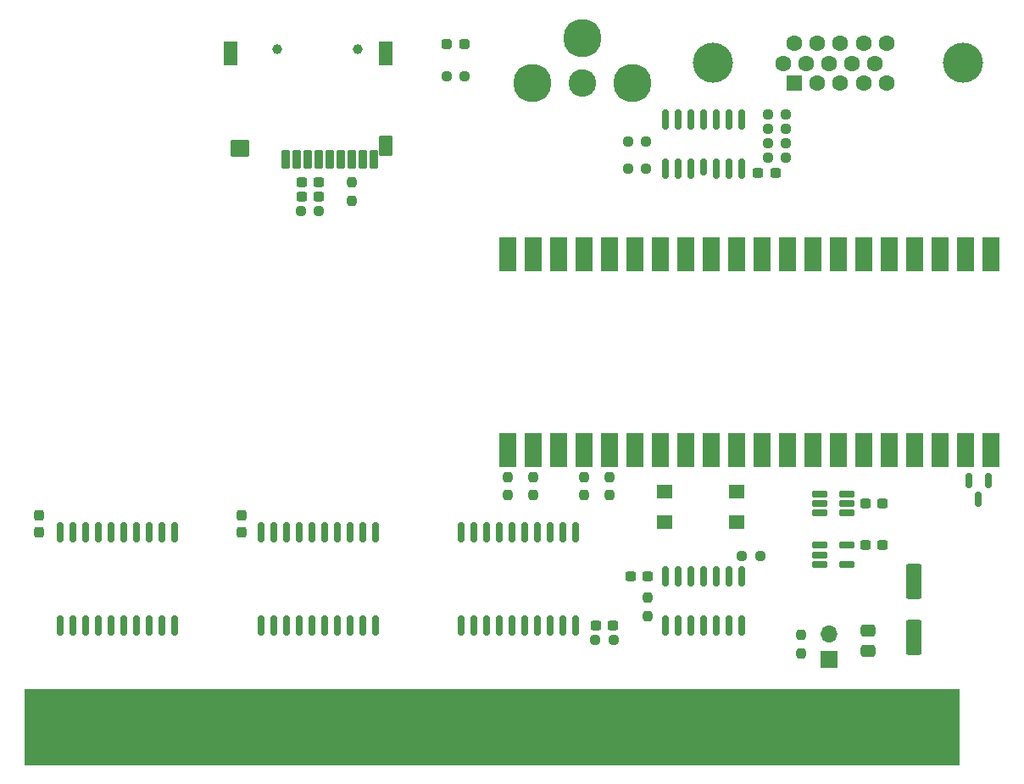
<source format=gbr>
%TF.GenerationSoftware,KiCad,Pcbnew,7.0.11*%
%TF.CreationDate,2024-09-16T15:15:14+02:00*%
%TF.ProjectId,kim-1-programmable-memory,6b696d2d-312d-4707-926f-6772616d6d61,rev?*%
%TF.SameCoordinates,Original*%
%TF.FileFunction,Soldermask,Top*%
%TF.FilePolarity,Negative*%
%FSLAX46Y46*%
G04 Gerber Fmt 4.6, Leading zero omitted, Abs format (unit mm)*
G04 Created by KiCad (PCBNEW 7.0.11) date 2024-09-16 15:15:14*
%MOMM*%
%LPD*%
G01*
G04 APERTURE LIST*
G04 Aperture macros list*
%AMRoundRect*
0 Rectangle with rounded corners*
0 $1 Rounding radius*
0 $2 $3 $4 $5 $6 $7 $8 $9 X,Y pos of 4 corners*
0 Add a 4 corners polygon primitive as box body*
4,1,4,$2,$3,$4,$5,$6,$7,$8,$9,$2,$3,0*
0 Add four circle primitives for the rounded corners*
1,1,$1+$1,$2,$3*
1,1,$1+$1,$4,$5*
1,1,$1+$1,$6,$7*
1,1,$1+$1,$8,$9*
0 Add four rect primitives between the rounded corners*
20,1,$1+$1,$2,$3,$4,$5,0*
20,1,$1+$1,$4,$5,$6,$7,0*
20,1,$1+$1,$6,$7,$8,$9,0*
20,1,$1+$1,$8,$9,$2,$3,0*%
G04 Aperture macros list end*
%ADD10C,0.120000*%
%ADD11RoundRect,0.237500X0.287500X0.237500X-0.287500X0.237500X-0.287500X-0.237500X0.287500X-0.237500X0*%
%ADD12RoundRect,0.237500X-0.250000X-0.237500X0.250000X-0.237500X0.250000X0.237500X-0.250000X0.237500X0*%
%ADD13RoundRect,0.237500X-0.237500X0.250000X-0.237500X-0.250000X0.237500X-0.250000X0.237500X0.250000X0*%
%ADD14RoundRect,0.150000X-0.150000X0.825000X-0.150000X-0.825000X0.150000X-0.825000X0.150000X0.825000X0*%
%ADD15RoundRect,0.150000X-0.150000X0.675000X-0.150000X-0.675000X0.150000X-0.675000X0.150000X0.675000X0*%
%ADD16RoundRect,0.237500X0.300000X0.237500X-0.300000X0.237500X-0.300000X-0.237500X0.300000X-0.237500X0*%
%ADD17RoundRect,0.237500X0.237500X-0.250000X0.237500X0.250000X-0.237500X0.250000X-0.237500X-0.250000X0*%
%ADD18C,2.754000*%
%ADD19C,3.820000*%
%ADD20RoundRect,0.150000X-0.150000X0.875000X-0.150000X-0.875000X0.150000X-0.875000X0.150000X0.875000X0*%
%ADD21R,1.700000X1.700000*%
%ADD22O,1.700000X1.700000*%
%ADD23RoundRect,0.237500X-0.300000X-0.237500X0.300000X-0.237500X0.300000X0.237500X-0.300000X0.237500X0*%
%ADD24RoundRect,0.150000X0.150000X-0.875000X0.150000X0.875000X-0.150000X0.875000X-0.150000X-0.875000X0*%
%ADD25RoundRect,0.162500X-0.617500X-0.162500X0.617500X-0.162500X0.617500X0.162500X-0.617500X0.162500X0*%
%ADD26RoundRect,0.250000X0.550000X-1.500000X0.550000X1.500000X-0.550000X1.500000X-0.550000X-1.500000X0*%
%ADD27RoundRect,0.250000X0.475000X-0.337500X0.475000X0.337500X-0.475000X0.337500X-0.475000X-0.337500X0*%
%ADD28R,1.600000X1.400000*%
%ADD29RoundRect,0.237500X0.250000X0.237500X-0.250000X0.237500X-0.250000X-0.237500X0.250000X-0.237500X0*%
%ADD30RoundRect,0.237500X-0.237500X0.300000X-0.237500X-0.300000X0.237500X-0.300000X0.237500X0.300000X0*%
%ADD31C,4.000000*%
%ADD32R,1.600000X1.600000*%
%ADD33C,1.600000*%
%ADD34R,1.700000X3.500000*%
%ADD35RoundRect,0.150000X0.150000X-0.825000X0.150000X0.825000X-0.150000X0.825000X-0.150000X-0.825000X0*%
%ADD36C,1.000000*%
%ADD37RoundRect,0.102000X0.350000X0.800000X-0.350000X0.800000X-0.350000X-0.800000X0.350000X-0.800000X0*%
%ADD38RoundRect,0.102000X0.600000X0.900000X-0.600000X0.900000X-0.600000X-0.900000X0.600000X-0.900000X0*%
%ADD39RoundRect,0.102000X0.600000X1.100000X-0.600000X1.100000X-0.600000X-1.100000X0.600000X-1.100000X0*%
%ADD40RoundRect,0.102000X0.800000X0.750000X-0.800000X0.750000X-0.800000X-0.750000X0.800000X-0.750000X0*%
%ADD41RoundRect,0.150000X-0.150000X0.587500X-0.150000X-0.587500X0.150000X-0.587500X0.150000X0.587500X0*%
G04 APERTURE END LIST*
D10*
%TO.C,J2*%
X60380000Y-163940000D02*
X153620000Y-163940000D01*
X153620000Y-163940000D02*
X153620000Y-156360000D01*
X153620000Y-156360000D02*
X60380000Y-156360000D01*
X60380000Y-156360000D02*
X60380000Y-163940000D01*
G36*
X60380000Y-163940000D02*
G01*
X153620000Y-163940000D01*
X153620000Y-156360000D01*
X60380000Y-156360000D01*
X60380000Y-163940000D01*
G37*
%TD*%
D11*
%TO.C,D1*%
X104272500Y-91940000D03*
X102522500Y-91940000D03*
%TD*%
D12*
%TO.C,R2*%
X117337500Y-151500000D03*
X119162500Y-151500000D03*
%TD*%
D13*
%TO.C,R10*%
X116260000Y-135187500D03*
X116260000Y-137012500D03*
%TD*%
D14*
%TO.C,U7*%
X131970000Y-99465000D03*
X130700000Y-99465000D03*
X129430000Y-99465000D03*
X128160000Y-99465000D03*
X126890000Y-99465000D03*
X125620000Y-99465000D03*
X124350000Y-99465000D03*
X124350000Y-104415000D03*
X125620000Y-104415000D03*
X126890000Y-104415000D03*
D15*
X128160000Y-104265000D03*
D14*
X129430000Y-104415000D03*
X130700000Y-104415000D03*
X131970000Y-104415000D03*
%TD*%
D16*
%TO.C,C5*%
X119122500Y-150030000D03*
X117397500Y-150030000D03*
%TD*%
D17*
%TO.C,R11*%
X93010000Y-107590000D03*
X93010000Y-105765000D03*
%TD*%
D18*
%TO.C,J4*%
X116040000Y-95842500D03*
D19*
X116040000Y-91342500D03*
X121040000Y-95842500D03*
X111040000Y-95842500D03*
%TD*%
D12*
%TO.C,R19*%
X102485000Y-95130000D03*
X104310000Y-95130000D03*
%TD*%
D20*
%TO.C,U5*%
X115365000Y-140730000D03*
X114095000Y-140730000D03*
X112825000Y-140730000D03*
X111555000Y-140730000D03*
X110285000Y-140730000D03*
X109015000Y-140730000D03*
X107745000Y-140730000D03*
X106475000Y-140730000D03*
X105205000Y-140730000D03*
X103935000Y-140730000D03*
X103935000Y-150030000D03*
X105205000Y-150030000D03*
X106475000Y-150030000D03*
X107745000Y-150030000D03*
X109015000Y-150030000D03*
X110285000Y-150030000D03*
X111555000Y-150030000D03*
X112825000Y-150030000D03*
X114095000Y-150030000D03*
X115365000Y-150030000D03*
%TD*%
D21*
%TO.C,J1*%
X140650000Y-153380000D03*
D22*
X140650000Y-150840000D03*
%TD*%
D23*
%TO.C,C1*%
X120837500Y-145080000D03*
X122562500Y-145080000D03*
%TD*%
D24*
%TO.C,U4*%
X83935000Y-150030000D03*
X85205000Y-150030000D03*
X86475000Y-150030000D03*
X87745000Y-150030000D03*
X89015000Y-150030000D03*
X90285000Y-150030000D03*
X91555000Y-150030000D03*
X92825000Y-150030000D03*
X94095000Y-150030000D03*
X95365000Y-150030000D03*
X95365000Y-140730000D03*
X94095000Y-140730000D03*
X92825000Y-140730000D03*
X91555000Y-140730000D03*
X90285000Y-140730000D03*
X89015000Y-140730000D03*
X87745000Y-140730000D03*
X86475000Y-140730000D03*
X85205000Y-140730000D03*
X83935000Y-140730000D03*
%TD*%
D25*
%TO.C,U6*%
X139780000Y-136870000D03*
X139780000Y-137820000D03*
X139780000Y-138770000D03*
X142480000Y-138770000D03*
X142480000Y-137820000D03*
X142480000Y-136870000D03*
%TD*%
D26*
%TO.C,C9*%
X149150000Y-151230000D03*
X149150000Y-145630000D03*
%TD*%
D16*
%TO.C,C2*%
X146042500Y-142030000D03*
X144317500Y-142030000D03*
%TD*%
D27*
%TO.C,C8*%
X144620000Y-152577500D03*
X144620000Y-150502500D03*
%TD*%
D28*
%TO.C,SW1*%
X124300000Y-136670000D03*
X131500000Y-136670000D03*
X124300000Y-139670000D03*
X131500000Y-139670000D03*
%TD*%
D29*
%TO.C,R18*%
X133790000Y-143120000D03*
X131965000Y-143120000D03*
%TD*%
D30*
%TO.C,C4*%
X82050000Y-139005000D03*
X82050000Y-140730000D03*
%TD*%
D31*
%TO.C,J3*%
X154065000Y-93800000D03*
X129065000Y-93800000D03*
D32*
X137250000Y-95850000D03*
D33*
X139540000Y-95850000D03*
X141830000Y-95850000D03*
X144120000Y-95850000D03*
X146410000Y-95850000D03*
X136105000Y-93870000D03*
X138395000Y-93870000D03*
X140685000Y-93870000D03*
X142975000Y-93870000D03*
X145265000Y-93870000D03*
X137250000Y-91890000D03*
X139540000Y-91890000D03*
X141830000Y-91890000D03*
X144120000Y-91890000D03*
X146410000Y-91890000D03*
%TD*%
D34*
%TO.C,U8*%
X156897500Y-112927500D03*
X154357500Y-112927500D03*
X151817500Y-112927500D03*
X149277500Y-112927500D03*
X146737500Y-112927500D03*
X144197500Y-112927500D03*
X141657500Y-112927500D03*
X139117500Y-112927500D03*
X136577500Y-112927500D03*
X134037500Y-112927500D03*
X131497500Y-112927500D03*
X128957500Y-112927500D03*
X126417500Y-112927500D03*
X123877500Y-112927500D03*
X121337500Y-112927500D03*
X118797500Y-112927500D03*
X116257500Y-112927500D03*
X113717500Y-112927500D03*
X111177500Y-112927500D03*
X108637500Y-112927500D03*
X108637500Y-132507500D03*
X111177500Y-132507500D03*
X113717500Y-132507500D03*
X116257500Y-132507500D03*
X118797500Y-132507500D03*
X121337500Y-132507500D03*
X123877500Y-132507500D03*
X126417500Y-132507500D03*
X128957500Y-132507500D03*
X131497500Y-132507500D03*
X134037500Y-132507500D03*
X136577500Y-132507500D03*
X139117500Y-132507500D03*
X141657500Y-132507500D03*
X144197500Y-132507500D03*
X146737500Y-132507500D03*
X149277500Y-132507500D03*
X151817500Y-132507500D03*
X154357500Y-132507500D03*
X156897500Y-132507500D03*
%TD*%
D16*
%TO.C,C7*%
X135312500Y-104780000D03*
X133587500Y-104780000D03*
%TD*%
D35*
%TO.C,U1*%
X124350000Y-150030000D03*
X125620000Y-150030000D03*
X126890000Y-150030000D03*
X128160000Y-150030000D03*
X129430000Y-150030000D03*
X130700000Y-150030000D03*
X131970000Y-150030000D03*
X131970000Y-145080000D03*
X130700000Y-145080000D03*
X129430000Y-145080000D03*
X128160000Y-145080000D03*
X126890000Y-145080000D03*
X125620000Y-145080000D03*
X124350000Y-145080000D03*
%TD*%
D36*
%TO.C,J5*%
X93610000Y-92450000D03*
X85610000Y-92450000D03*
D37*
X86410000Y-103450000D03*
X87510000Y-103450000D03*
X88610000Y-103450000D03*
X89710000Y-103450000D03*
X90810000Y-103450000D03*
X91910000Y-103450000D03*
X93010000Y-103450000D03*
X94110000Y-103450000D03*
X95210000Y-103450000D03*
D38*
X96410000Y-102150000D03*
D39*
X96410000Y-92850000D03*
D40*
X81810000Y-102400000D03*
D39*
X80910000Y-92850000D03*
%TD*%
D30*
%TO.C,C3*%
X61750000Y-139005000D03*
X61750000Y-140730000D03*
%TD*%
D13*
%TO.C,R8*%
X111180000Y-135187500D03*
X111180000Y-137012500D03*
%TD*%
D23*
%TO.C,C10*%
X87985000Y-105750000D03*
X89710000Y-105750000D03*
%TD*%
D29*
%TO.C,R16*%
X136375000Y-101860000D03*
X134550000Y-101860000D03*
%TD*%
D13*
%TO.C,R7*%
X108637500Y-135187500D03*
X108637500Y-137012500D03*
%TD*%
D12*
%TO.C,R4*%
X87932500Y-108670000D03*
X89757500Y-108670000D03*
%TD*%
D23*
%TO.C,C11*%
X87985000Y-107210000D03*
X89710000Y-107210000D03*
%TD*%
D12*
%TO.C,R12*%
X120607500Y-101660000D03*
X122432500Y-101660000D03*
%TD*%
D41*
%TO.C,Q1*%
X156580000Y-135515000D03*
X154680000Y-135515000D03*
X155630000Y-137390000D03*
%TD*%
D29*
%TO.C,R15*%
X136375000Y-100400000D03*
X134550000Y-100400000D03*
%TD*%
D17*
%TO.C,R3*%
X122560000Y-149092500D03*
X122560000Y-147267500D03*
%TD*%
D25*
%TO.C,U2*%
X139780000Y-142030000D03*
X139780000Y-142980000D03*
X139780000Y-143930000D03*
X142480000Y-143930000D03*
X142480000Y-142030000D03*
%TD*%
D16*
%TO.C,C6*%
X146042500Y-137820000D03*
X144317500Y-137820000D03*
%TD*%
D24*
%TO.C,U3*%
X63935000Y-150030000D03*
X65205000Y-150030000D03*
X66475000Y-150030000D03*
X67745000Y-150030000D03*
X69015000Y-150030000D03*
X70285000Y-150030000D03*
X71555000Y-150030000D03*
X72825000Y-150030000D03*
X74095000Y-150030000D03*
X75365000Y-150030000D03*
X75365000Y-140730000D03*
X74095000Y-140730000D03*
X72825000Y-140730000D03*
X71555000Y-140730000D03*
X70285000Y-140730000D03*
X69015000Y-140730000D03*
X67745000Y-140730000D03*
X66475000Y-140730000D03*
X65205000Y-140730000D03*
X63935000Y-140730000D03*
%TD*%
D13*
%TO.C,R9*%
X118800000Y-135187500D03*
X118800000Y-137012500D03*
%TD*%
%TO.C,R1*%
X137900000Y-150967500D03*
X137900000Y-152792500D03*
%TD*%
D12*
%TO.C,R13*%
X120607500Y-104400000D03*
X122432500Y-104400000D03*
%TD*%
D29*
%TO.C,R14*%
X136375000Y-98940000D03*
X134550000Y-98940000D03*
%TD*%
%TO.C,R17*%
X136375000Y-103320000D03*
X134550000Y-103320000D03*
%TD*%
M02*

</source>
